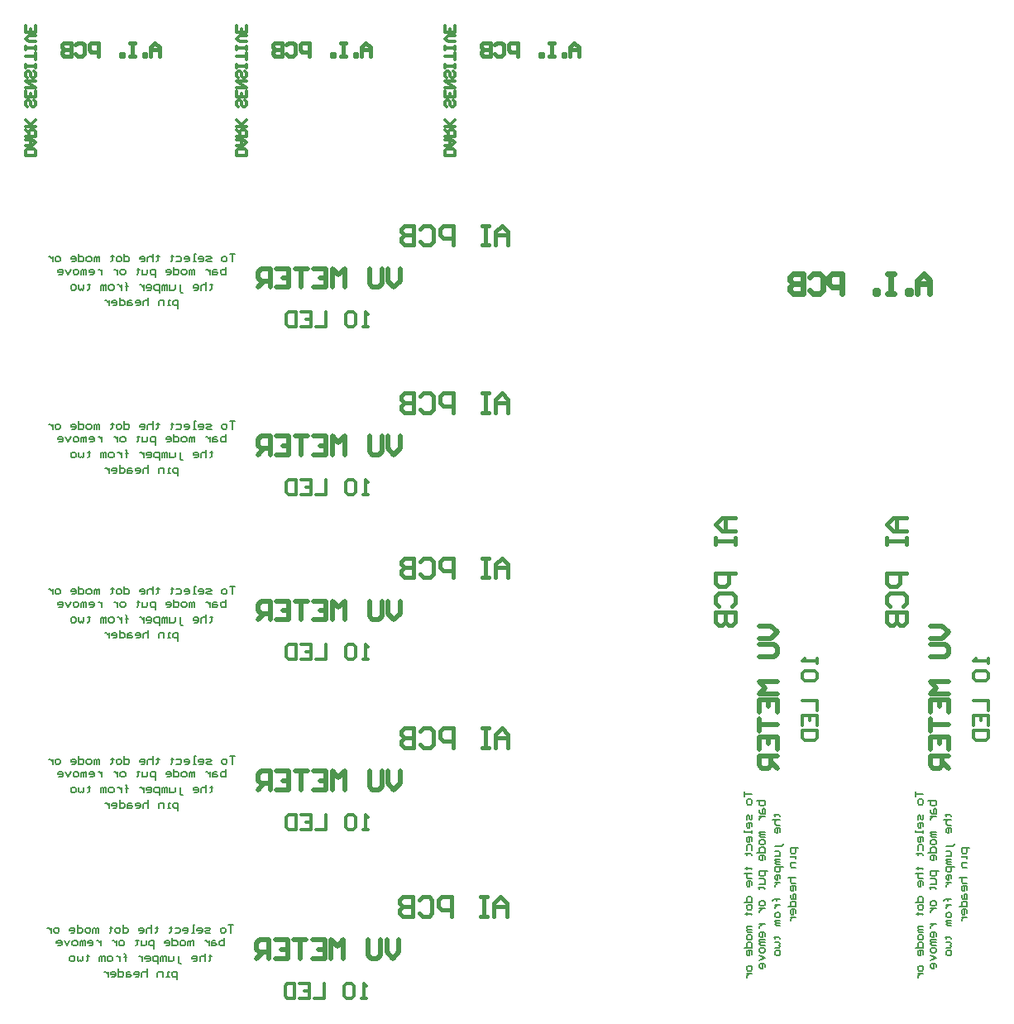
<source format=gbo>
G04 Layer_Color=32896*
%FSLAX25Y25*%
%MOIN*%
G70*
G01*
G75*
%ADD36C,0.01181*%
%ADD38C,0.01575*%
%ADD39C,0.00591*%
%ADD63C,0.02362*%
%ADD64C,0.01968*%
D36*
X176436Y343500D02*
X172500D01*
Y345468D01*
X173156Y346124D01*
X175780D01*
X176436Y345468D01*
Y343500D01*
X172500Y347436D02*
X175124D01*
X176436Y348748D01*
X175124Y350060D01*
X172500D01*
X174468D01*
Y347436D01*
X172500Y351372D02*
X176436D01*
Y353339D01*
X175780Y353995D01*
X174468D01*
X173812Y353339D01*
Y351372D01*
Y352683D02*
X172500Y353995D01*
X176436Y355307D02*
X172500D01*
X173812D01*
X176436Y357931D01*
X174468Y355963D01*
X172500Y357931D01*
X175780Y365803D02*
X176436Y365147D01*
Y363835D01*
X175780Y363179D01*
X175124D01*
X174468Y363835D01*
Y365147D01*
X173812Y365803D01*
X173156D01*
X172500Y365147D01*
Y363835D01*
X173156Y363179D01*
X176436Y369738D02*
Y367114D01*
X172500D01*
Y369738D01*
X174468Y367114D02*
Y368426D01*
X172500Y371050D02*
X176436D01*
X172500Y373674D01*
X176436D01*
X175780Y377610D02*
X176436Y376954D01*
Y375642D01*
X175780Y374986D01*
X175124D01*
X174468Y375642D01*
Y376954D01*
X173812Y377610D01*
X173156D01*
X172500Y376954D01*
Y375642D01*
X173156Y374986D01*
X176436Y378922D02*
Y380234D01*
Y379578D01*
X172500D01*
Y378922D01*
Y380234D01*
X176436Y382201D02*
Y384825D01*
Y383513D01*
X172500D01*
X176436Y386137D02*
Y387449D01*
Y386793D01*
X172500D01*
Y386137D01*
Y387449D01*
X176436Y389417D02*
X173812D01*
X172500Y390729D01*
X173812Y392041D01*
X176436D01*
Y395976D02*
Y393353D01*
X172500D01*
Y395976D01*
X174468Y393353D02*
Y394665D01*
X92436Y343500D02*
X88500D01*
Y345468D01*
X89156Y346124D01*
X91780D01*
X92436Y345468D01*
Y343500D01*
X88500Y347436D02*
X91124D01*
X92436Y348748D01*
X91124Y350060D01*
X88500D01*
X90468D01*
Y347436D01*
X88500Y351372D02*
X92436D01*
Y353339D01*
X91780Y353995D01*
X90468D01*
X89812Y353339D01*
Y351372D01*
Y352683D02*
X88500Y353995D01*
X92436Y355307D02*
X88500D01*
X89812D01*
X92436Y357931D01*
X90468Y355963D01*
X88500Y357931D01*
X91780Y365803D02*
X92436Y365147D01*
Y363835D01*
X91780Y363179D01*
X91124D01*
X90468Y363835D01*
Y365147D01*
X89812Y365803D01*
X89156D01*
X88500Y365147D01*
Y363835D01*
X89156Y363179D01*
X92436Y369738D02*
Y367114D01*
X88500D01*
Y369738D01*
X90468Y367114D02*
Y368426D01*
X88500Y371050D02*
X92436D01*
X88500Y373674D01*
X92436D01*
X91780Y377610D02*
X92436Y376954D01*
Y375642D01*
X91780Y374986D01*
X91124D01*
X90468Y375642D01*
Y376954D01*
X89812Y377610D01*
X89156D01*
X88500Y376954D01*
Y375642D01*
X89156Y374986D01*
X92436Y378922D02*
Y380234D01*
Y379578D01*
X88500D01*
Y378922D01*
Y380234D01*
X92436Y382201D02*
Y384825D01*
Y383513D01*
X88500D01*
X92436Y386137D02*
Y387449D01*
Y386793D01*
X88500D01*
Y386137D01*
Y387449D01*
X92436Y389417D02*
X89812D01*
X88500Y390729D01*
X89812Y392041D01*
X92436D01*
Y395976D02*
Y393353D01*
X88500D01*
Y395976D01*
X90468Y393353D02*
Y394665D01*
X7436Y343500D02*
X3500D01*
Y345468D01*
X4156Y346124D01*
X6780D01*
X7436Y345468D01*
Y343500D01*
X3500Y347436D02*
X6124D01*
X7436Y348748D01*
X6124Y350060D01*
X3500D01*
X5468D01*
Y347436D01*
X3500Y351372D02*
X7436D01*
Y353339D01*
X6780Y353995D01*
X5468D01*
X4812Y353339D01*
Y351372D01*
Y352683D02*
X3500Y353995D01*
X7436Y355307D02*
X3500D01*
X4812D01*
X7436Y357931D01*
X5468Y355963D01*
X3500Y357931D01*
X6780Y365803D02*
X7436Y365147D01*
Y363835D01*
X6780Y363179D01*
X6124D01*
X5468Y363835D01*
Y365147D01*
X4812Y365803D01*
X4156D01*
X3500Y365147D01*
Y363835D01*
X4156Y363179D01*
X7436Y369738D02*
Y367114D01*
X3500D01*
Y369738D01*
X5468Y367114D02*
Y368426D01*
X3500Y371050D02*
X7436D01*
X3500Y373674D01*
X7436D01*
X6780Y377610D02*
X7436Y376954D01*
Y375642D01*
X6780Y374986D01*
X6124D01*
X5468Y375642D01*
Y376954D01*
X4812Y377610D01*
X4156D01*
X3500Y376954D01*
Y375642D01*
X4156Y374986D01*
X7436Y378922D02*
Y380234D01*
Y379578D01*
X3500D01*
Y378922D01*
Y380234D01*
X7436Y382201D02*
Y384825D01*
Y383513D01*
X3500D01*
X7436Y386137D02*
Y387449D01*
Y386793D01*
X3500D01*
Y386137D01*
Y387449D01*
X7436Y389417D02*
X4812D01*
X3500Y390729D01*
X4812Y392041D01*
X7436D01*
Y395976D02*
Y393353D01*
X3500D01*
Y395976D01*
X5468Y393353D02*
Y394665D01*
X391500Y141000D02*
Y139001D01*
Y140000D01*
X385502D01*
X386502Y141000D01*
Y136002D02*
X385502Y135002D01*
Y133003D01*
X386502Y132003D01*
X390500D01*
X391500Y133003D01*
Y135002D01*
X390500Y136002D01*
X386502D01*
X385502Y124005D02*
X391500D01*
Y120007D01*
X385502Y114009D02*
Y118007D01*
X391500D01*
Y114009D01*
X388501Y118007D02*
Y116008D01*
X385502Y112009D02*
X391500D01*
Y109010D01*
X390500Y108011D01*
X386502D01*
X385502Y109010D01*
Y112009D01*
X322500Y141000D02*
Y139001D01*
Y140000D01*
X316502D01*
X317502Y141000D01*
Y136002D02*
X316502Y135002D01*
Y133003D01*
X317502Y132003D01*
X321500D01*
X322500Y133003D01*
Y135002D01*
X321500Y136002D01*
X317502D01*
X316502Y124005D02*
X322500D01*
Y120007D01*
X316502Y114009D02*
Y118007D01*
X322500D01*
Y114009D01*
X319501Y118007D02*
Y116008D01*
X316502Y112009D02*
X322500D01*
Y109010D01*
X321500Y108011D01*
X317502D01*
X316502Y109010D01*
Y112009D01*
X141500Y274500D02*
X139501D01*
X140500D01*
Y280498D01*
X141500Y279498D01*
X136502D02*
X135502Y280498D01*
X133503D01*
X132503Y279498D01*
Y275500D01*
X133503Y274500D01*
X135502D01*
X136502Y275500D01*
Y279498D01*
X124505Y280498D02*
Y274500D01*
X120507D01*
X114509Y280498D02*
X118507D01*
Y274500D01*
X114509D01*
X118507Y277499D02*
X116508D01*
X112509Y280498D02*
Y274500D01*
X109510D01*
X108511Y275500D01*
Y279498D01*
X109510Y280498D01*
X112509D01*
X141500Y207000D02*
X139501D01*
X140500D01*
Y212998D01*
X141500Y211998D01*
X136502D02*
X135502Y212998D01*
X133503D01*
X132503Y211998D01*
Y208000D01*
X133503Y207000D01*
X135502D01*
X136502Y208000D01*
Y211998D01*
X124505Y212998D02*
Y207000D01*
X120507D01*
X114509Y212998D02*
X118507D01*
Y207000D01*
X114509D01*
X118507Y209999D02*
X116508D01*
X112509Y212998D02*
Y207000D01*
X109510D01*
X108511Y208000D01*
Y211998D01*
X109510Y212998D01*
X112509D01*
X141500Y140500D02*
X139501D01*
X140500D01*
Y146498D01*
X141500Y145498D01*
X136502D02*
X135502Y146498D01*
X133503D01*
X132503Y145498D01*
Y141500D01*
X133503Y140500D01*
X135502D01*
X136502Y141500D01*
Y145498D01*
X124505Y146498D02*
Y140500D01*
X120507D01*
X114509Y146498D02*
X118507D01*
Y140500D01*
X114509D01*
X118507Y143499D02*
X116508D01*
X112509Y146498D02*
Y140500D01*
X109510D01*
X108511Y141500D01*
Y145498D01*
X109510Y146498D01*
X112509D01*
X141500Y72000D02*
X139501D01*
X140500D01*
Y77998D01*
X141500Y76998D01*
X136502D02*
X135502Y77998D01*
X133503D01*
X132503Y76998D01*
Y73000D01*
X133503Y72000D01*
X135502D01*
X136502Y73000D01*
Y76998D01*
X124505Y77998D02*
Y72000D01*
X120507D01*
X114509Y77998D02*
X118507D01*
Y72000D01*
X114509D01*
X118507Y74999D02*
X116508D01*
X112509Y77998D02*
Y72000D01*
X109510D01*
X108511Y73000D01*
Y76998D01*
X109510Y77998D01*
X112509D01*
X141000Y4000D02*
X139001D01*
X140000D01*
Y9998D01*
X141000Y8998D01*
X136002D02*
X135002Y9998D01*
X133003D01*
X132003Y8998D01*
Y5000D01*
X133003Y4000D01*
X135002D01*
X136002Y5000D01*
Y8998D01*
X124005Y9998D02*
Y4000D01*
X120007D01*
X114009Y9998D02*
X118007D01*
Y4000D01*
X114009D01*
X118007Y6999D02*
X116008D01*
X112009Y9998D02*
Y4000D01*
X109010D01*
X108011Y5000D01*
Y8998D01*
X109010Y9998D01*
X112009D01*
D38*
X226500Y383500D02*
Y387173D01*
X224663Y389010D01*
X222827Y387173D01*
Y383500D01*
Y386255D01*
X226500D01*
X220990Y383500D02*
Y384418D01*
X220072D01*
Y383500D01*
X220990D01*
X216398Y389010D02*
X214562D01*
X215480D01*
Y383500D01*
X216398D01*
X214562D01*
X211807D02*
Y384418D01*
X210888D01*
Y383500D01*
X211807D01*
X201705D02*
Y389010D01*
X198950D01*
X198031Y388092D01*
Y386255D01*
X198950Y385337D01*
X201705D01*
X192522Y388092D02*
X193440Y389010D01*
X195276D01*
X196195Y388092D01*
Y384418D01*
X195276Y383500D01*
X193440D01*
X192522Y384418D01*
X190685Y389010D02*
Y383500D01*
X187930D01*
X187012Y384418D01*
Y385337D01*
X187930Y386255D01*
X190685D01*
X187930D01*
X187012Y387173D01*
Y388092D01*
X187930Y389010D01*
X190685D01*
X142500Y383500D02*
Y387173D01*
X140663Y389010D01*
X138827Y387173D01*
Y383500D01*
Y386255D01*
X142500D01*
X136990Y383500D02*
Y384418D01*
X136072D01*
Y383500D01*
X136990D01*
X132398Y389010D02*
X130562D01*
X131480D01*
Y383500D01*
X132398D01*
X130562D01*
X127807D02*
Y384418D01*
X126888D01*
Y383500D01*
X127807D01*
X117705D02*
Y389010D01*
X114950D01*
X114032Y388092D01*
Y386255D01*
X114950Y385337D01*
X117705D01*
X108521Y388092D02*
X109440Y389010D01*
X111276D01*
X112195Y388092D01*
Y384418D01*
X111276Y383500D01*
X109440D01*
X108521Y384418D01*
X106685Y389010D02*
Y383500D01*
X103930D01*
X103012Y384418D01*
Y385337D01*
X103930Y386255D01*
X106685D01*
X103930D01*
X103012Y387173D01*
Y388092D01*
X103930Y389010D01*
X106685D01*
X57500Y383500D02*
Y387173D01*
X55663Y389010D01*
X53827Y387173D01*
Y383500D01*
Y386255D01*
X57500D01*
X51990Y383500D02*
Y384418D01*
X51072D01*
Y383500D01*
X51990D01*
X47398Y389010D02*
X45562D01*
X46480D01*
Y383500D01*
X47398D01*
X45562D01*
X42807D02*
Y384418D01*
X41888D01*
Y383500D01*
X42807D01*
X32705D02*
Y389010D01*
X29950D01*
X29032Y388092D01*
Y386255D01*
X29950Y385337D01*
X32705D01*
X23521Y388092D02*
X24440Y389010D01*
X26276D01*
X27195Y388092D01*
Y384418D01*
X26276Y383500D01*
X24440D01*
X23521Y384418D01*
X21685Y389010D02*
Y383500D01*
X18930D01*
X18011Y384418D01*
Y385337D01*
X18930Y386255D01*
X21685D01*
X18930D01*
X18011Y387173D01*
Y388092D01*
X18930Y389010D01*
X21685D01*
X358500Y197500D02*
X353252D01*
X350628Y194876D01*
X353252Y192252D01*
X358500D01*
X354564D01*
Y197500D01*
X350628Y189629D02*
Y187005D01*
Y188317D01*
X358500D01*
Y189629D01*
Y187005D01*
Y175198D02*
X350628D01*
Y171262D01*
X351940Y169950D01*
X354564D01*
X355876Y171262D01*
Y175198D01*
X351940Y162078D02*
X350628Y163390D01*
Y166014D01*
X351940Y167326D01*
X357188D01*
X358500Y166014D01*
Y163390D01*
X357188Y162078D01*
X350628Y159455D02*
X358500D01*
Y155519D01*
X357188Y154207D01*
X355876D01*
X354564Y155519D01*
Y159455D01*
Y155519D01*
X353252Y154207D01*
X351940D01*
X350628Y155519D01*
Y159455D01*
X289500Y197500D02*
X284252D01*
X281628Y194876D01*
X284252Y192252D01*
X289500D01*
X285564D01*
Y197500D01*
X281628Y189629D02*
Y187005D01*
Y188317D01*
X289500D01*
Y189629D01*
Y187005D01*
Y175198D02*
X281628D01*
Y171262D01*
X282940Y169950D01*
X285564D01*
X286876Y171262D01*
Y175198D01*
X282940Y162078D02*
X281628Y163390D01*
Y166014D01*
X282940Y167326D01*
X288188D01*
X289500Y166014D01*
Y163390D01*
X288188Y162078D01*
X281628Y159455D02*
X289500D01*
Y155519D01*
X288188Y154207D01*
X286876D01*
X285564Y155519D01*
Y159455D01*
Y155519D01*
X284252Y154207D01*
X282940D01*
X281628Y155519D01*
Y159455D01*
X198000Y307500D02*
Y312748D01*
X195376Y315371D01*
X192752Y312748D01*
Y307500D01*
Y311436D01*
X198000D01*
X190129Y315371D02*
X187505D01*
X188817D01*
Y307500D01*
X190129D01*
X187505D01*
X175698D02*
Y315371D01*
X171762D01*
X170450Y314060D01*
Y311436D01*
X171762Y310124D01*
X175698D01*
X162578Y314060D02*
X163890Y315371D01*
X166514D01*
X167826Y314060D01*
Y308812D01*
X166514Y307500D01*
X163890D01*
X162578Y308812D01*
X159955Y315371D02*
Y307500D01*
X156019D01*
X154707Y308812D01*
Y310124D01*
X156019Y311436D01*
X159955D01*
X156019D01*
X154707Y312748D01*
Y314060D01*
X156019Y315371D01*
X159955D01*
X198000Y240000D02*
Y245248D01*
X195376Y247871D01*
X192752Y245248D01*
Y240000D01*
Y243936D01*
X198000D01*
X190129Y247871D02*
X187505D01*
X188817D01*
Y240000D01*
X190129D01*
X187505D01*
X175698D02*
Y247871D01*
X171762D01*
X170450Y246560D01*
Y243936D01*
X171762Y242624D01*
X175698D01*
X162578Y246560D02*
X163890Y247871D01*
X166514D01*
X167826Y246560D01*
Y241312D01*
X166514Y240000D01*
X163890D01*
X162578Y241312D01*
X159955Y247871D02*
Y240000D01*
X156019D01*
X154707Y241312D01*
Y242624D01*
X156019Y243936D01*
X159955D01*
X156019D01*
X154707Y245248D01*
Y246560D01*
X156019Y247871D01*
X159955D01*
X198000Y173500D02*
Y178748D01*
X195376Y181371D01*
X192752Y178748D01*
Y173500D01*
Y177436D01*
X198000D01*
X190129Y181371D02*
X187505D01*
X188817D01*
Y173500D01*
X190129D01*
X187505D01*
X175698D02*
Y181371D01*
X171762D01*
X170450Y180060D01*
Y177436D01*
X171762Y176124D01*
X175698D01*
X162578Y180060D02*
X163890Y181371D01*
X166514D01*
X167826Y180060D01*
Y174812D01*
X166514Y173500D01*
X163890D01*
X162578Y174812D01*
X159955Y181371D02*
Y173500D01*
X156019D01*
X154707Y174812D01*
Y176124D01*
X156019Y177436D01*
X159955D01*
X156019D01*
X154707Y178748D01*
Y180060D01*
X156019Y181371D01*
X159955D01*
X198000Y105000D02*
Y110248D01*
X195376Y112872D01*
X192752Y110248D01*
Y105000D01*
Y108936D01*
X198000D01*
X190129Y112872D02*
X187505D01*
X188817D01*
Y105000D01*
X190129D01*
X187505D01*
X175698D02*
Y112872D01*
X171762D01*
X170450Y111560D01*
Y108936D01*
X171762Y107624D01*
X175698D01*
X162578Y111560D02*
X163890Y112872D01*
X166514D01*
X167826Y111560D01*
Y106312D01*
X166514Y105000D01*
X163890D01*
X162578Y106312D01*
X159955Y112872D02*
Y105000D01*
X156019D01*
X154707Y106312D01*
Y107624D01*
X156019Y108936D01*
X159955D01*
X156019D01*
X154707Y110248D01*
Y111560D01*
X156019Y112872D01*
X159955D01*
X197500Y37000D02*
Y42248D01*
X194876Y44872D01*
X192252Y42248D01*
Y37000D01*
Y40936D01*
X197500D01*
X189629Y44872D02*
X187005D01*
X188317D01*
Y37000D01*
X189629D01*
X187005D01*
X175198D02*
Y44872D01*
X171262D01*
X169950Y43560D01*
Y40936D01*
X171262Y39624D01*
X175198D01*
X162078Y43560D02*
X163390Y44872D01*
X166014D01*
X167326Y43560D01*
Y38312D01*
X166014Y37000D01*
X163390D01*
X162078Y38312D01*
X159455Y44872D02*
Y37000D01*
X155519D01*
X154207Y38312D01*
Y39624D01*
X155519Y40936D01*
X159455D01*
X155519D01*
X154207Y42248D01*
Y43560D01*
X155519Y44872D01*
X159455D01*
D39*
X87826Y303940D02*
X85727D01*
X86776D01*
Y300791D01*
X84152D02*
X83103D01*
X82578Y301316D01*
Y302365D01*
X83103Y302890D01*
X84152D01*
X84677Y302365D01*
Y301316D01*
X84152Y300791D01*
X78380D02*
X76806D01*
X76281Y301316D01*
X76806Y301841D01*
X77855D01*
X78380Y302365D01*
X77855Y302890D01*
X76281D01*
X73657Y300791D02*
X74707D01*
X75231Y301316D01*
Y302365D01*
X74707Y302890D01*
X73657D01*
X73132Y302365D01*
Y301841D01*
X75231D01*
X72083Y300791D02*
X71033D01*
X71558D01*
Y303940D01*
X72083D01*
X67885Y300791D02*
X68934D01*
X69459Y301316D01*
Y302365D01*
X68934Y302890D01*
X67885D01*
X67360Y302365D01*
Y301841D01*
X69459D01*
X64211Y302890D02*
X65786D01*
X66310Y302365D01*
Y301316D01*
X65786Y300791D01*
X64211D01*
X62637Y303415D02*
Y302890D01*
X63162D01*
X62112D01*
X62637D01*
Y301316D01*
X62112Y300791D01*
X56865Y303415D02*
Y302890D01*
X57389D01*
X56340D01*
X56865D01*
Y301316D01*
X56340Y300791D01*
X54765Y303940D02*
Y300791D01*
Y302365D01*
X54241Y302890D01*
X53191D01*
X52666Y302365D01*
Y300791D01*
X50043D02*
X51092D01*
X51617Y301316D01*
Y302365D01*
X51092Y302890D01*
X50043D01*
X49518Y302365D01*
Y301841D01*
X51617D01*
X43221Y303940D02*
Y300791D01*
X44795D01*
X45320Y301316D01*
Y302365D01*
X44795Y302890D01*
X43221D01*
X41646Y300791D02*
X40597D01*
X40072Y301316D01*
Y302365D01*
X40597Y302890D01*
X41646D01*
X42171Y302365D01*
Y301316D01*
X41646Y300791D01*
X38498Y303415D02*
Y302890D01*
X39023D01*
X37973D01*
X38498D01*
Y301316D01*
X37973Y300791D01*
X33250D02*
Y302890D01*
X32725D01*
X32201Y302365D01*
Y300791D01*
Y302365D01*
X31676Y302890D01*
X31151Y302365D01*
Y300791D01*
X29577D02*
X28527D01*
X28003Y301316D01*
Y302365D01*
X28527Y302890D01*
X29577D01*
X30102Y302365D01*
Y301316D01*
X29577Y300791D01*
X24854Y303940D02*
Y300791D01*
X26428D01*
X26953Y301316D01*
Y302365D01*
X26428Y302890D01*
X24854D01*
X22230Y300791D02*
X23280D01*
X23804Y301316D01*
Y302365D01*
X23280Y302890D01*
X22230D01*
X21705Y302365D01*
Y301841D01*
X23804D01*
X16982Y300791D02*
X15933D01*
X15408Y301316D01*
Y302365D01*
X15933Y302890D01*
X16982D01*
X17507Y302365D01*
Y301316D01*
X16982Y300791D01*
X14359Y302890D02*
Y300791D01*
Y301841D01*
X13834Y302365D01*
X13309Y302890D01*
X12784D01*
X84152Y298744D02*
Y295596D01*
X82578D01*
X82053Y296120D01*
Y296645D01*
Y297170D01*
X82578Y297695D01*
X84152D01*
X80479D02*
X79430D01*
X78905Y297170D01*
Y295596D01*
X80479D01*
X81004Y296120D01*
X80479Y296645D01*
X78905D01*
X77855Y297695D02*
Y295596D01*
Y296645D01*
X77330Y297170D01*
X76806Y297695D01*
X76281D01*
X71558Y295596D02*
Y297695D01*
X71033D01*
X70508Y297170D01*
Y295596D01*
Y297170D01*
X69984Y297695D01*
X69459Y297170D01*
Y295596D01*
X67885D02*
X66835D01*
X66310Y296120D01*
Y297170D01*
X66835Y297695D01*
X67885D01*
X68409Y297170D01*
Y296120D01*
X67885Y295596D01*
X63162Y298744D02*
Y295596D01*
X64736D01*
X65261Y296120D01*
Y297170D01*
X64736Y297695D01*
X63162D01*
X60538Y295596D02*
X61588D01*
X62112Y296120D01*
Y297170D01*
X61588Y297695D01*
X60538D01*
X60013Y297170D01*
Y296645D01*
X62112D01*
X55815Y294546D02*
Y297695D01*
X54241D01*
X53716Y297170D01*
Y296120D01*
X54241Y295596D01*
X55815D01*
X52666Y297695D02*
Y296120D01*
X52142Y295596D01*
X50567D01*
Y297695D01*
X48993Y298219D02*
Y297695D01*
X49518D01*
X48468D01*
X48993D01*
Y296120D01*
X48468Y295596D01*
X43221D02*
X42171D01*
X41646Y296120D01*
Y297170D01*
X42171Y297695D01*
X43221D01*
X43745Y297170D01*
Y296120D01*
X43221Y295596D01*
X40597Y297695D02*
Y295596D01*
Y296645D01*
X40072Y297170D01*
X39547Y297695D01*
X39023D01*
X34300D02*
Y295596D01*
Y296645D01*
X33775Y297170D01*
X33250Y297695D01*
X32725D01*
X29577Y295596D02*
X30626D01*
X31151Y296120D01*
Y297170D01*
X30626Y297695D01*
X29577D01*
X29052Y297170D01*
Y296645D01*
X31151D01*
X28003Y295596D02*
Y297695D01*
X27478D01*
X26953Y297170D01*
Y295596D01*
Y297170D01*
X26428Y297695D01*
X25903Y297170D01*
Y295596D01*
X24329D02*
X23280D01*
X22755Y296120D01*
Y297170D01*
X23280Y297695D01*
X24329D01*
X24854Y297170D01*
Y296120D01*
X24329Y295596D01*
X21705Y297695D02*
X20656Y295596D01*
X19606Y297695D01*
X16982Y295596D02*
X18032D01*
X18557Y296120D01*
Y297170D01*
X18032Y297695D01*
X16982D01*
X16458Y297170D01*
Y296645D01*
X18557D01*
X78380Y291974D02*
Y291449D01*
X78905D01*
X77855D01*
X78380D01*
Y289875D01*
X77855Y289350D01*
X76281Y292499D02*
Y289350D01*
Y290925D01*
X75756Y291449D01*
X74707D01*
X74182Y290925D01*
Y289350D01*
X71558D02*
X72607D01*
X73132Y289875D01*
Y290925D01*
X72607Y291449D01*
X71558D01*
X71033Y290925D01*
Y290400D01*
X73132D01*
X66835Y288301D02*
X66310D01*
X65786Y288826D01*
Y291449D01*
X63687D02*
Y289875D01*
X63162Y289350D01*
X61588D01*
Y291449D01*
X60538Y289350D02*
Y291449D01*
X60013D01*
X59488Y290925D01*
Y289350D01*
Y290925D01*
X58964Y291449D01*
X58439Y290925D01*
Y289350D01*
X57389Y288301D02*
Y291449D01*
X55815D01*
X55290Y290925D01*
Y289875D01*
X55815Y289350D01*
X57389D01*
X52666D02*
X53716D01*
X54241Y289875D01*
Y290925D01*
X53716Y291449D01*
X52666D01*
X52142Y290925D01*
Y290400D01*
X54241D01*
X51092Y291449D02*
Y289350D01*
Y290400D01*
X50567Y290925D01*
X50043Y291449D01*
X49518D01*
X44270Y289350D02*
Y291974D01*
Y290925D01*
X44795D01*
X43745D01*
X44270D01*
Y291974D01*
X43745Y292499D01*
X42171Y291449D02*
Y289350D01*
Y290400D01*
X41646Y290925D01*
X41122Y291449D01*
X40597D01*
X38498Y289350D02*
X37448D01*
X36924Y289875D01*
Y290925D01*
X37448Y291449D01*
X38498D01*
X39023Y290925D01*
Y289875D01*
X38498Y289350D01*
X35874D02*
Y291449D01*
X35349D01*
X34824Y290925D01*
Y289350D01*
Y290925D01*
X34300Y291449D01*
X33775Y290925D01*
Y289350D01*
X29052Y291974D02*
Y291449D01*
X29577D01*
X28527D01*
X29052D01*
Y289875D01*
X28527Y289350D01*
X26953Y291449D02*
Y289875D01*
X26428Y289350D01*
X25903Y289875D01*
X25379Y289350D01*
X24854Y289875D01*
Y291449D01*
X23280Y289350D02*
X22230D01*
X21705Y289875D01*
Y290925D01*
X22230Y291449D01*
X23280D01*
X23804Y290925D01*
Y289875D01*
X23280Y289350D01*
X64999Y282056D02*
Y285204D01*
X63424D01*
X62899Y284680D01*
Y283630D01*
X63424Y283105D01*
X64999D01*
X61850D02*
X60800D01*
X61325D01*
Y285204D01*
X61850D01*
X59226Y283105D02*
Y285204D01*
X57652D01*
X57127Y284680D01*
Y283105D01*
X52929Y286254D02*
Y283105D01*
Y284680D01*
X52404Y285204D01*
X51354D01*
X50830Y284680D01*
Y283105D01*
X48206D02*
X49255D01*
X49780Y283630D01*
Y284680D01*
X49255Y285204D01*
X48206D01*
X47681Y284680D01*
Y284155D01*
X49780D01*
X46107Y285204D02*
X45057D01*
X44533Y284680D01*
Y283105D01*
X46107D01*
X46632Y283630D01*
X46107Y284155D01*
X44533D01*
X41384Y286254D02*
Y283105D01*
X42958D01*
X43483Y283630D01*
Y284680D01*
X42958Y285204D01*
X41384D01*
X38760Y283105D02*
X39810D01*
X40334Y283630D01*
Y284680D01*
X39810Y285204D01*
X38760D01*
X38235Y284680D01*
Y284155D01*
X40334D01*
X37186Y285204D02*
Y283105D01*
Y284155D01*
X36661Y284680D01*
X36136Y285204D01*
X35612D01*
X87826Y101440D02*
X85727D01*
X86776D01*
Y98291D01*
X84152D02*
X83103D01*
X82578Y98816D01*
Y99865D01*
X83103Y100390D01*
X84152D01*
X84677Y99865D01*
Y98816D01*
X84152Y98291D01*
X78380D02*
X76806D01*
X76281Y98816D01*
X76806Y99341D01*
X77855D01*
X78380Y99865D01*
X77855Y100390D01*
X76281D01*
X73657Y98291D02*
X74707D01*
X75231Y98816D01*
Y99865D01*
X74707Y100390D01*
X73657D01*
X73132Y99865D01*
Y99341D01*
X75231D01*
X72083Y98291D02*
X71033D01*
X71558D01*
Y101440D01*
X72083D01*
X67885Y98291D02*
X68934D01*
X69459Y98816D01*
Y99865D01*
X68934Y100390D01*
X67885D01*
X67360Y99865D01*
Y99341D01*
X69459D01*
X64211Y100390D02*
X65786D01*
X66310Y99865D01*
Y98816D01*
X65786Y98291D01*
X64211D01*
X62637Y100915D02*
Y100390D01*
X63162D01*
X62112D01*
X62637D01*
Y98816D01*
X62112Y98291D01*
X56865Y100915D02*
Y100390D01*
X57389D01*
X56340D01*
X56865D01*
Y98816D01*
X56340Y98291D01*
X54765Y101440D02*
Y98291D01*
Y99865D01*
X54241Y100390D01*
X53191D01*
X52666Y99865D01*
Y98291D01*
X50043D02*
X51092D01*
X51617Y98816D01*
Y99865D01*
X51092Y100390D01*
X50043D01*
X49518Y99865D01*
Y99341D01*
X51617D01*
X43221Y101440D02*
Y98291D01*
X44795D01*
X45320Y98816D01*
Y99865D01*
X44795Y100390D01*
X43221D01*
X41646Y98291D02*
X40597D01*
X40072Y98816D01*
Y99865D01*
X40597Y100390D01*
X41646D01*
X42171Y99865D01*
Y98816D01*
X41646Y98291D01*
X38498Y100915D02*
Y100390D01*
X39023D01*
X37973D01*
X38498D01*
Y98816D01*
X37973Y98291D01*
X33250D02*
Y100390D01*
X32725D01*
X32201Y99865D01*
Y98291D01*
Y99865D01*
X31676Y100390D01*
X31151Y99865D01*
Y98291D01*
X29577D02*
X28527D01*
X28003Y98816D01*
Y99865D01*
X28527Y100390D01*
X29577D01*
X30102Y99865D01*
Y98816D01*
X29577Y98291D01*
X24854Y101440D02*
Y98291D01*
X26428D01*
X26953Y98816D01*
Y99865D01*
X26428Y100390D01*
X24854D01*
X22230Y98291D02*
X23280D01*
X23804Y98816D01*
Y99865D01*
X23280Y100390D01*
X22230D01*
X21705Y99865D01*
Y99341D01*
X23804D01*
X16982Y98291D02*
X15933D01*
X15408Y98816D01*
Y99865D01*
X15933Y100390D01*
X16982D01*
X17507Y99865D01*
Y98816D01*
X16982Y98291D01*
X14359Y100390D02*
Y98291D01*
Y99341D01*
X13834Y99865D01*
X13309Y100390D01*
X12784D01*
X84152Y96244D02*
Y93095D01*
X82578D01*
X82053Y93620D01*
Y94145D01*
Y94670D01*
X82578Y95195D01*
X84152D01*
X80479D02*
X79430D01*
X78905Y94670D01*
Y93095D01*
X80479D01*
X81004Y93620D01*
X80479Y94145D01*
X78905D01*
X77855Y95195D02*
Y93095D01*
Y94145D01*
X77330Y94670D01*
X76806Y95195D01*
X76281D01*
X71558Y93095D02*
Y95195D01*
X71033D01*
X70508Y94670D01*
Y93095D01*
Y94670D01*
X69984Y95195D01*
X69459Y94670D01*
Y93095D01*
X67885D02*
X66835D01*
X66310Y93620D01*
Y94670D01*
X66835Y95195D01*
X67885D01*
X68409Y94670D01*
Y93620D01*
X67885Y93095D01*
X63162Y96244D02*
Y93095D01*
X64736D01*
X65261Y93620D01*
Y94670D01*
X64736Y95195D01*
X63162D01*
X60538Y93095D02*
X61588D01*
X62112Y93620D01*
Y94670D01*
X61588Y95195D01*
X60538D01*
X60013Y94670D01*
Y94145D01*
X62112D01*
X55815Y92046D02*
Y95195D01*
X54241D01*
X53716Y94670D01*
Y93620D01*
X54241Y93095D01*
X55815D01*
X52666Y95195D02*
Y93620D01*
X52142Y93095D01*
X50567D01*
Y95195D01*
X48993Y95719D02*
Y95195D01*
X49518D01*
X48468D01*
X48993D01*
Y93620D01*
X48468Y93095D01*
X43221D02*
X42171D01*
X41646Y93620D01*
Y94670D01*
X42171Y95195D01*
X43221D01*
X43745Y94670D01*
Y93620D01*
X43221Y93095D01*
X40597Y95195D02*
Y93095D01*
Y94145D01*
X40072Y94670D01*
X39547Y95195D01*
X39023D01*
X34300D02*
Y93095D01*
Y94145D01*
X33775Y94670D01*
X33250Y95195D01*
X32725D01*
X29577Y93095D02*
X30626D01*
X31151Y93620D01*
Y94670D01*
X30626Y95195D01*
X29577D01*
X29052Y94670D01*
Y94145D01*
X31151D01*
X28003Y93095D02*
Y95195D01*
X27478D01*
X26953Y94670D01*
Y93095D01*
Y94670D01*
X26428Y95195D01*
X25903Y94670D01*
Y93095D01*
X24329D02*
X23280D01*
X22755Y93620D01*
Y94670D01*
X23280Y95195D01*
X24329D01*
X24854Y94670D01*
Y93620D01*
X24329Y93095D01*
X21705Y95195D02*
X20656Y93095D01*
X19606Y95195D01*
X16982Y93095D02*
X18032D01*
X18557Y93620D01*
Y94670D01*
X18032Y95195D01*
X16982D01*
X16458Y94670D01*
Y94145D01*
X18557D01*
X78380Y89474D02*
Y88950D01*
X78905D01*
X77855D01*
X78380D01*
Y87375D01*
X77855Y86850D01*
X76281Y89999D02*
Y86850D01*
Y88425D01*
X75756Y88950D01*
X74707D01*
X74182Y88425D01*
Y86850D01*
X71558D02*
X72607D01*
X73132Y87375D01*
Y88425D01*
X72607Y88950D01*
X71558D01*
X71033Y88425D01*
Y87900D01*
X73132D01*
X66835Y85801D02*
X66310D01*
X65786Y86326D01*
Y88950D01*
X63687D02*
Y87375D01*
X63162Y86850D01*
X61588D01*
Y88950D01*
X60538Y86850D02*
Y88950D01*
X60013D01*
X59488Y88425D01*
Y86850D01*
Y88425D01*
X58964Y88950D01*
X58439Y88425D01*
Y86850D01*
X57389Y85801D02*
Y88950D01*
X55815D01*
X55290Y88425D01*
Y87375D01*
X55815Y86850D01*
X57389D01*
X52666D02*
X53716D01*
X54241Y87375D01*
Y88425D01*
X53716Y88950D01*
X52666D01*
X52142Y88425D01*
Y87900D01*
X54241D01*
X51092Y88950D02*
Y86850D01*
Y87900D01*
X50567Y88425D01*
X50043Y88950D01*
X49518D01*
X44270Y86850D02*
Y89474D01*
Y88425D01*
X44795D01*
X43745D01*
X44270D01*
Y89474D01*
X43745Y89999D01*
X42171Y88950D02*
Y86850D01*
Y87900D01*
X41646Y88425D01*
X41122Y88950D01*
X40597D01*
X38498Y86850D02*
X37448D01*
X36924Y87375D01*
Y88425D01*
X37448Y88950D01*
X38498D01*
X39023Y88425D01*
Y87375D01*
X38498Y86850D01*
X35874D02*
Y88950D01*
X35349D01*
X34824Y88425D01*
Y86850D01*
Y88425D01*
X34300Y88950D01*
X33775Y88425D01*
Y86850D01*
X29052Y89474D02*
Y88950D01*
X29577D01*
X28527D01*
X29052D01*
Y87375D01*
X28527Y86850D01*
X26953Y88950D02*
Y87375D01*
X26428Y86850D01*
X25903Y87375D01*
X25379Y86850D01*
X24854Y87375D01*
Y88950D01*
X23280Y86850D02*
X22230D01*
X21705Y87375D01*
Y88425D01*
X22230Y88950D01*
X23280D01*
X23804Y88425D01*
Y87375D01*
X23280Y86850D01*
X64999Y79556D02*
Y82704D01*
X63424D01*
X62899Y82180D01*
Y81130D01*
X63424Y80605D01*
X64999D01*
X61850D02*
X60800D01*
X61325D01*
Y82704D01*
X61850D01*
X59226Y80605D02*
Y82704D01*
X57652D01*
X57127Y82180D01*
Y80605D01*
X52929Y83754D02*
Y80605D01*
Y82180D01*
X52404Y82704D01*
X51354D01*
X50830Y82180D01*
Y80605D01*
X48206D02*
X49255D01*
X49780Y81130D01*
Y82180D01*
X49255Y82704D01*
X48206D01*
X47681Y82180D01*
Y81655D01*
X49780D01*
X46107Y82704D02*
X45057D01*
X44533Y82180D01*
Y80605D01*
X46107D01*
X46632Y81130D01*
X46107Y81655D01*
X44533D01*
X41384Y83754D02*
Y80605D01*
X42958D01*
X43483Y81130D01*
Y82180D01*
X42958Y82704D01*
X41384D01*
X38760Y80605D02*
X39810D01*
X40334Y81130D01*
Y82180D01*
X39810Y82704D01*
X38760D01*
X38235Y82180D01*
Y81655D01*
X40334D01*
X37186Y82704D02*
Y80605D01*
Y81655D01*
X36661Y82180D01*
X36136Y82704D01*
X35612D01*
X87826Y169940D02*
X85727D01*
X86776D01*
Y166791D01*
X84152D02*
X83103D01*
X82578Y167316D01*
Y168365D01*
X83103Y168890D01*
X84152D01*
X84677Y168365D01*
Y167316D01*
X84152Y166791D01*
X78380D02*
X76806D01*
X76281Y167316D01*
X76806Y167841D01*
X77855D01*
X78380Y168365D01*
X77855Y168890D01*
X76281D01*
X73657Y166791D02*
X74707D01*
X75231Y167316D01*
Y168365D01*
X74707Y168890D01*
X73657D01*
X73132Y168365D01*
Y167841D01*
X75231D01*
X72083Y166791D02*
X71033D01*
X71558D01*
Y169940D01*
X72083D01*
X67885Y166791D02*
X68934D01*
X69459Y167316D01*
Y168365D01*
X68934Y168890D01*
X67885D01*
X67360Y168365D01*
Y167841D01*
X69459D01*
X64211Y168890D02*
X65786D01*
X66310Y168365D01*
Y167316D01*
X65786Y166791D01*
X64211D01*
X62637Y169415D02*
Y168890D01*
X63162D01*
X62112D01*
X62637D01*
Y167316D01*
X62112Y166791D01*
X56865Y169415D02*
Y168890D01*
X57389D01*
X56340D01*
X56865D01*
Y167316D01*
X56340Y166791D01*
X54765Y169940D02*
Y166791D01*
Y168365D01*
X54241Y168890D01*
X53191D01*
X52666Y168365D01*
Y166791D01*
X50043D02*
X51092D01*
X51617Y167316D01*
Y168365D01*
X51092Y168890D01*
X50043D01*
X49518Y168365D01*
Y167841D01*
X51617D01*
X43221Y169940D02*
Y166791D01*
X44795D01*
X45320Y167316D01*
Y168365D01*
X44795Y168890D01*
X43221D01*
X41646Y166791D02*
X40597D01*
X40072Y167316D01*
Y168365D01*
X40597Y168890D01*
X41646D01*
X42171Y168365D01*
Y167316D01*
X41646Y166791D01*
X38498Y169415D02*
Y168890D01*
X39023D01*
X37973D01*
X38498D01*
Y167316D01*
X37973Y166791D01*
X33250D02*
Y168890D01*
X32725D01*
X32201Y168365D01*
Y166791D01*
Y168365D01*
X31676Y168890D01*
X31151Y168365D01*
Y166791D01*
X29577D02*
X28527D01*
X28003Y167316D01*
Y168365D01*
X28527Y168890D01*
X29577D01*
X30102Y168365D01*
Y167316D01*
X29577Y166791D01*
X24854Y169940D02*
Y166791D01*
X26428D01*
X26953Y167316D01*
Y168365D01*
X26428Y168890D01*
X24854D01*
X22230Y166791D02*
X23280D01*
X23804Y167316D01*
Y168365D01*
X23280Y168890D01*
X22230D01*
X21705Y168365D01*
Y167841D01*
X23804D01*
X16982Y166791D02*
X15933D01*
X15408Y167316D01*
Y168365D01*
X15933Y168890D01*
X16982D01*
X17507Y168365D01*
Y167316D01*
X16982Y166791D01*
X14359Y168890D02*
Y166791D01*
Y167841D01*
X13834Y168365D01*
X13309Y168890D01*
X12784D01*
X84152Y164744D02*
Y161595D01*
X82578D01*
X82053Y162120D01*
Y162645D01*
Y163170D01*
X82578Y163695D01*
X84152D01*
X80479D02*
X79430D01*
X78905Y163170D01*
Y161595D01*
X80479D01*
X81004Y162120D01*
X80479Y162645D01*
X78905D01*
X77855Y163695D02*
Y161595D01*
Y162645D01*
X77330Y163170D01*
X76806Y163695D01*
X76281D01*
X71558Y161595D02*
Y163695D01*
X71033D01*
X70508Y163170D01*
Y161595D01*
Y163170D01*
X69984Y163695D01*
X69459Y163170D01*
Y161595D01*
X67885D02*
X66835D01*
X66310Y162120D01*
Y163170D01*
X66835Y163695D01*
X67885D01*
X68409Y163170D01*
Y162120D01*
X67885Y161595D01*
X63162Y164744D02*
Y161595D01*
X64736D01*
X65261Y162120D01*
Y163170D01*
X64736Y163695D01*
X63162D01*
X60538Y161595D02*
X61588D01*
X62112Y162120D01*
Y163170D01*
X61588Y163695D01*
X60538D01*
X60013Y163170D01*
Y162645D01*
X62112D01*
X55815Y160546D02*
Y163695D01*
X54241D01*
X53716Y163170D01*
Y162120D01*
X54241Y161595D01*
X55815D01*
X52666Y163695D02*
Y162120D01*
X52142Y161595D01*
X50567D01*
Y163695D01*
X48993Y164219D02*
Y163695D01*
X49518D01*
X48468D01*
X48993D01*
Y162120D01*
X48468Y161595D01*
X43221D02*
X42171D01*
X41646Y162120D01*
Y163170D01*
X42171Y163695D01*
X43221D01*
X43745Y163170D01*
Y162120D01*
X43221Y161595D01*
X40597Y163695D02*
Y161595D01*
Y162645D01*
X40072Y163170D01*
X39547Y163695D01*
X39023D01*
X34300D02*
Y161595D01*
Y162645D01*
X33775Y163170D01*
X33250Y163695D01*
X32725D01*
X29577Y161595D02*
X30626D01*
X31151Y162120D01*
Y163170D01*
X30626Y163695D01*
X29577D01*
X29052Y163170D01*
Y162645D01*
X31151D01*
X28003Y161595D02*
Y163695D01*
X27478D01*
X26953Y163170D01*
Y161595D01*
Y163170D01*
X26428Y163695D01*
X25903Y163170D01*
Y161595D01*
X24329D02*
X23280D01*
X22755Y162120D01*
Y163170D01*
X23280Y163695D01*
X24329D01*
X24854Y163170D01*
Y162120D01*
X24329Y161595D01*
X21705Y163695D02*
X20656Y161595D01*
X19606Y163695D01*
X16982Y161595D02*
X18032D01*
X18557Y162120D01*
Y163170D01*
X18032Y163695D01*
X16982D01*
X16458Y163170D01*
Y162645D01*
X18557D01*
X78380Y157974D02*
Y157449D01*
X78905D01*
X77855D01*
X78380D01*
Y155875D01*
X77855Y155350D01*
X76281Y158499D02*
Y155350D01*
Y156925D01*
X75756Y157449D01*
X74707D01*
X74182Y156925D01*
Y155350D01*
X71558D02*
X72607D01*
X73132Y155875D01*
Y156925D01*
X72607Y157449D01*
X71558D01*
X71033Y156925D01*
Y156400D01*
X73132D01*
X66835Y154301D02*
X66310D01*
X65786Y154826D01*
Y157449D01*
X63687D02*
Y155875D01*
X63162Y155350D01*
X61588D01*
Y157449D01*
X60538Y155350D02*
Y157449D01*
X60013D01*
X59488Y156925D01*
Y155350D01*
Y156925D01*
X58964Y157449D01*
X58439Y156925D01*
Y155350D01*
X57389Y154301D02*
Y157449D01*
X55815D01*
X55290Y156925D01*
Y155875D01*
X55815Y155350D01*
X57389D01*
X52666D02*
X53716D01*
X54241Y155875D01*
Y156925D01*
X53716Y157449D01*
X52666D01*
X52142Y156925D01*
Y156400D01*
X54241D01*
X51092Y157449D02*
Y155350D01*
Y156400D01*
X50567Y156925D01*
X50043Y157449D01*
X49518D01*
X44270Y155350D02*
Y157974D01*
Y156925D01*
X44795D01*
X43745D01*
X44270D01*
Y157974D01*
X43745Y158499D01*
X42171Y157449D02*
Y155350D01*
Y156400D01*
X41646Y156925D01*
X41122Y157449D01*
X40597D01*
X38498Y155350D02*
X37448D01*
X36924Y155875D01*
Y156925D01*
X37448Y157449D01*
X38498D01*
X39023Y156925D01*
Y155875D01*
X38498Y155350D01*
X35874D02*
Y157449D01*
X35349D01*
X34824Y156925D01*
Y155350D01*
Y156925D01*
X34300Y157449D01*
X33775Y156925D01*
Y155350D01*
X29052Y157974D02*
Y157449D01*
X29577D01*
X28527D01*
X29052D01*
Y155875D01*
X28527Y155350D01*
X26953Y157449D02*
Y155875D01*
X26428Y155350D01*
X25903Y155875D01*
X25379Y155350D01*
X24854Y155875D01*
Y157449D01*
X23280Y155350D02*
X22230D01*
X21705Y155875D01*
Y156925D01*
X22230Y157449D01*
X23280D01*
X23804Y156925D01*
Y155875D01*
X23280Y155350D01*
X64999Y148056D02*
Y151204D01*
X63424D01*
X62899Y150680D01*
Y149630D01*
X63424Y149105D01*
X64999D01*
X61850D02*
X60800D01*
X61325D01*
Y151204D01*
X61850D01*
X59226Y149105D02*
Y151204D01*
X57652D01*
X57127Y150680D01*
Y149105D01*
X52929Y152254D02*
Y149105D01*
Y150680D01*
X52404Y151204D01*
X51354D01*
X50830Y150680D01*
Y149105D01*
X48206D02*
X49255D01*
X49780Y149630D01*
Y150680D01*
X49255Y151204D01*
X48206D01*
X47681Y150680D01*
Y150155D01*
X49780D01*
X46107Y151204D02*
X45057D01*
X44533Y150680D01*
Y149105D01*
X46107D01*
X46632Y149630D01*
X46107Y150155D01*
X44533D01*
X41384Y152254D02*
Y149105D01*
X42958D01*
X43483Y149630D01*
Y150680D01*
X42958Y151204D01*
X41384D01*
X38760Y149105D02*
X39810D01*
X40334Y149630D01*
Y150680D01*
X39810Y151204D01*
X38760D01*
X38235Y150680D01*
Y150155D01*
X40334D01*
X37186Y151204D02*
Y149105D01*
Y150155D01*
X36661Y150680D01*
X36136Y151204D01*
X35612D01*
X87826Y236440D02*
X85727D01*
X86776D01*
Y233291D01*
X84152D02*
X83103D01*
X82578Y233816D01*
Y234865D01*
X83103Y235390D01*
X84152D01*
X84677Y234865D01*
Y233816D01*
X84152Y233291D01*
X78380D02*
X76806D01*
X76281Y233816D01*
X76806Y234341D01*
X77855D01*
X78380Y234865D01*
X77855Y235390D01*
X76281D01*
X73657Y233291D02*
X74707D01*
X75231Y233816D01*
Y234865D01*
X74707Y235390D01*
X73657D01*
X73132Y234865D01*
Y234341D01*
X75231D01*
X72083Y233291D02*
X71033D01*
X71558D01*
Y236440D01*
X72083D01*
X67885Y233291D02*
X68934D01*
X69459Y233816D01*
Y234865D01*
X68934Y235390D01*
X67885D01*
X67360Y234865D01*
Y234341D01*
X69459D01*
X64211Y235390D02*
X65786D01*
X66310Y234865D01*
Y233816D01*
X65786Y233291D01*
X64211D01*
X62637Y235915D02*
Y235390D01*
X63162D01*
X62112D01*
X62637D01*
Y233816D01*
X62112Y233291D01*
X56865Y235915D02*
Y235390D01*
X57389D01*
X56340D01*
X56865D01*
Y233816D01*
X56340Y233291D01*
X54765Y236440D02*
Y233291D01*
Y234865D01*
X54241Y235390D01*
X53191D01*
X52666Y234865D01*
Y233291D01*
X50043D02*
X51092D01*
X51617Y233816D01*
Y234865D01*
X51092Y235390D01*
X50043D01*
X49518Y234865D01*
Y234341D01*
X51617D01*
X43221Y236440D02*
Y233291D01*
X44795D01*
X45320Y233816D01*
Y234865D01*
X44795Y235390D01*
X43221D01*
X41646Y233291D02*
X40597D01*
X40072Y233816D01*
Y234865D01*
X40597Y235390D01*
X41646D01*
X42171Y234865D01*
Y233816D01*
X41646Y233291D01*
X38498Y235915D02*
Y235390D01*
X39023D01*
X37973D01*
X38498D01*
Y233816D01*
X37973Y233291D01*
X33250D02*
Y235390D01*
X32725D01*
X32201Y234865D01*
Y233291D01*
Y234865D01*
X31676Y235390D01*
X31151Y234865D01*
Y233291D01*
X29577D02*
X28527D01*
X28003Y233816D01*
Y234865D01*
X28527Y235390D01*
X29577D01*
X30102Y234865D01*
Y233816D01*
X29577Y233291D01*
X24854Y236440D02*
Y233291D01*
X26428D01*
X26953Y233816D01*
Y234865D01*
X26428Y235390D01*
X24854D01*
X22230Y233291D02*
X23280D01*
X23804Y233816D01*
Y234865D01*
X23280Y235390D01*
X22230D01*
X21705Y234865D01*
Y234341D01*
X23804D01*
X16982Y233291D02*
X15933D01*
X15408Y233816D01*
Y234865D01*
X15933Y235390D01*
X16982D01*
X17507Y234865D01*
Y233816D01*
X16982Y233291D01*
X14359Y235390D02*
Y233291D01*
Y234341D01*
X13834Y234865D01*
X13309Y235390D01*
X12784D01*
X84152Y231244D02*
Y228096D01*
X82578D01*
X82053Y228620D01*
Y229145D01*
Y229670D01*
X82578Y230195D01*
X84152D01*
X80479D02*
X79430D01*
X78905Y229670D01*
Y228096D01*
X80479D01*
X81004Y228620D01*
X80479Y229145D01*
X78905D01*
X77855Y230195D02*
Y228096D01*
Y229145D01*
X77330Y229670D01*
X76806Y230195D01*
X76281D01*
X71558Y228096D02*
Y230195D01*
X71033D01*
X70508Y229670D01*
Y228096D01*
Y229670D01*
X69984Y230195D01*
X69459Y229670D01*
Y228096D01*
X67885D02*
X66835D01*
X66310Y228620D01*
Y229670D01*
X66835Y230195D01*
X67885D01*
X68409Y229670D01*
Y228620D01*
X67885Y228096D01*
X63162Y231244D02*
Y228096D01*
X64736D01*
X65261Y228620D01*
Y229670D01*
X64736Y230195D01*
X63162D01*
X60538Y228096D02*
X61588D01*
X62112Y228620D01*
Y229670D01*
X61588Y230195D01*
X60538D01*
X60013Y229670D01*
Y229145D01*
X62112D01*
X55815Y227046D02*
Y230195D01*
X54241D01*
X53716Y229670D01*
Y228620D01*
X54241Y228096D01*
X55815D01*
X52666Y230195D02*
Y228620D01*
X52142Y228096D01*
X50567D01*
Y230195D01*
X48993Y230719D02*
Y230195D01*
X49518D01*
X48468D01*
X48993D01*
Y228620D01*
X48468Y228096D01*
X43221D02*
X42171D01*
X41646Y228620D01*
Y229670D01*
X42171Y230195D01*
X43221D01*
X43745Y229670D01*
Y228620D01*
X43221Y228096D01*
X40597Y230195D02*
Y228096D01*
Y229145D01*
X40072Y229670D01*
X39547Y230195D01*
X39023D01*
X34300D02*
Y228096D01*
Y229145D01*
X33775Y229670D01*
X33250Y230195D01*
X32725D01*
X29577Y228096D02*
X30626D01*
X31151Y228620D01*
Y229670D01*
X30626Y230195D01*
X29577D01*
X29052Y229670D01*
Y229145D01*
X31151D01*
X28003Y228096D02*
Y230195D01*
X27478D01*
X26953Y229670D01*
Y228096D01*
Y229670D01*
X26428Y230195D01*
X25903Y229670D01*
Y228096D01*
X24329D02*
X23280D01*
X22755Y228620D01*
Y229670D01*
X23280Y230195D01*
X24329D01*
X24854Y229670D01*
Y228620D01*
X24329Y228096D01*
X21705Y230195D02*
X20656Y228096D01*
X19606Y230195D01*
X16982Y228096D02*
X18032D01*
X18557Y228620D01*
Y229670D01*
X18032Y230195D01*
X16982D01*
X16458Y229670D01*
Y229145D01*
X18557D01*
X78380Y224474D02*
Y223949D01*
X78905D01*
X77855D01*
X78380D01*
Y222375D01*
X77855Y221850D01*
X76281Y224999D02*
Y221850D01*
Y223425D01*
X75756Y223949D01*
X74707D01*
X74182Y223425D01*
Y221850D01*
X71558D02*
X72607D01*
X73132Y222375D01*
Y223425D01*
X72607Y223949D01*
X71558D01*
X71033Y223425D01*
Y222900D01*
X73132D01*
X66835Y220801D02*
X66310D01*
X65786Y221326D01*
Y223949D01*
X63687D02*
Y222375D01*
X63162Y221850D01*
X61588D01*
Y223949D01*
X60538Y221850D02*
Y223949D01*
X60013D01*
X59488Y223425D01*
Y221850D01*
Y223425D01*
X58964Y223949D01*
X58439Y223425D01*
Y221850D01*
X57389Y220801D02*
Y223949D01*
X55815D01*
X55290Y223425D01*
Y222375D01*
X55815Y221850D01*
X57389D01*
X52666D02*
X53716D01*
X54241Y222375D01*
Y223425D01*
X53716Y223949D01*
X52666D01*
X52142Y223425D01*
Y222900D01*
X54241D01*
X51092Y223949D02*
Y221850D01*
Y222900D01*
X50567Y223425D01*
X50043Y223949D01*
X49518D01*
X44270Y221850D02*
Y224474D01*
Y223425D01*
X44795D01*
X43745D01*
X44270D01*
Y224474D01*
X43745Y224999D01*
X42171Y223949D02*
Y221850D01*
Y222900D01*
X41646Y223425D01*
X41122Y223949D01*
X40597D01*
X38498Y221850D02*
X37448D01*
X36924Y222375D01*
Y223425D01*
X37448Y223949D01*
X38498D01*
X39023Y223425D01*
Y222375D01*
X38498Y221850D01*
X35874D02*
Y223949D01*
X35349D01*
X34824Y223425D01*
Y221850D01*
Y223425D01*
X34300Y223949D01*
X33775Y223425D01*
Y221850D01*
X29052Y224474D02*
Y223949D01*
X29577D01*
X28527D01*
X29052D01*
Y222375D01*
X28527Y221850D01*
X26953Y223949D02*
Y222375D01*
X26428Y221850D01*
X25903Y222375D01*
X25379Y221850D01*
X24854Y222375D01*
Y223949D01*
X23280Y221850D02*
X22230D01*
X21705Y222375D01*
Y223425D01*
X22230Y223949D01*
X23280D01*
X23804Y223425D01*
Y222375D01*
X23280Y221850D01*
X64999Y214556D02*
Y217704D01*
X63424D01*
X62899Y217180D01*
Y216130D01*
X63424Y215605D01*
X64999D01*
X61850D02*
X60800D01*
X61325D01*
Y217704D01*
X61850D01*
X59226Y215605D02*
Y217704D01*
X57652D01*
X57127Y217180D01*
Y215605D01*
X52929Y218754D02*
Y215605D01*
Y217180D01*
X52404Y217704D01*
X51354D01*
X50830Y217180D01*
Y215605D01*
X48206D02*
X49255D01*
X49780Y216130D01*
Y217180D01*
X49255Y217704D01*
X48206D01*
X47681Y217180D01*
Y216655D01*
X49780D01*
X46107Y217704D02*
X45057D01*
X44533Y217180D01*
Y215605D01*
X46107D01*
X46632Y216130D01*
X46107Y216655D01*
X44533D01*
X41384Y218754D02*
Y215605D01*
X42958D01*
X43483Y216130D01*
Y217180D01*
X42958Y217704D01*
X41384D01*
X38760Y215605D02*
X39810D01*
X40334Y216130D01*
Y217180D01*
X39810Y217704D01*
X38760D01*
X38235Y217180D01*
Y216655D01*
X40334D01*
X37186Y217704D02*
Y215605D01*
Y216655D01*
X36661Y217180D01*
X36136Y217704D01*
X35612D01*
X293060Y87326D02*
Y85227D01*
Y86276D01*
X296209D01*
Y83652D02*
Y82603D01*
X295684Y82078D01*
X294635D01*
X294110Y82603D01*
Y83652D01*
X294635Y84177D01*
X295684D01*
X296209Y83652D01*
Y77880D02*
Y76306D01*
X295684Y75781D01*
X295159Y76306D01*
Y77355D01*
X294635Y77880D01*
X294110Y77355D01*
Y75781D01*
X296209Y73157D02*
Y74207D01*
X295684Y74731D01*
X294635D01*
X294110Y74207D01*
Y73157D01*
X294635Y72632D01*
X295159D01*
Y74731D01*
X296209Y71583D02*
Y70533D01*
Y71058D01*
X293060D01*
Y71583D01*
X296209Y67385D02*
Y68434D01*
X295684Y68959D01*
X294635D01*
X294110Y68434D01*
Y67385D01*
X294635Y66860D01*
X295159D01*
Y68959D01*
X294110Y63711D02*
Y65286D01*
X294635Y65810D01*
X295684D01*
X296209Y65286D01*
Y63711D01*
X293585Y62137D02*
X294110D01*
Y62662D01*
Y61612D01*
Y62137D01*
X295684D01*
X296209Y61612D01*
X293585Y56365D02*
X294110D01*
Y56889D01*
Y55840D01*
Y56365D01*
X295684D01*
X296209Y55840D01*
X293060Y54265D02*
X296209D01*
X294635D01*
X294110Y53741D01*
Y52691D01*
X294635Y52166D01*
X296209D01*
Y49543D02*
Y50592D01*
X295684Y51117D01*
X294635D01*
X294110Y50592D01*
Y49543D01*
X294635Y49018D01*
X295159D01*
Y51117D01*
X293060Y42721D02*
X296209D01*
Y44295D01*
X295684Y44820D01*
X294635D01*
X294110Y44295D01*
Y42721D01*
X296209Y41146D02*
Y40097D01*
X295684Y39572D01*
X294635D01*
X294110Y40097D01*
Y41146D01*
X294635Y41671D01*
X295684D01*
X296209Y41146D01*
X293585Y37998D02*
X294110D01*
Y38523D01*
Y37473D01*
Y37998D01*
X295684D01*
X296209Y37473D01*
Y32750D02*
X294110D01*
Y32225D01*
X294635Y31701D01*
X296209D01*
X294635D01*
X294110Y31176D01*
X294635Y30651D01*
X296209D01*
Y29077D02*
Y28027D01*
X295684Y27503D01*
X294635D01*
X294110Y28027D01*
Y29077D01*
X294635Y29602D01*
X295684D01*
X296209Y29077D01*
X293060Y24354D02*
X296209D01*
Y25928D01*
X295684Y26453D01*
X294635D01*
X294110Y25928D01*
Y24354D01*
X296209Y21730D02*
Y22780D01*
X295684Y23304D01*
X294635D01*
X294110Y22780D01*
Y21730D01*
X294635Y21205D01*
X295159D01*
Y23304D01*
X296209Y16482D02*
Y15433D01*
X295684Y14908D01*
X294635D01*
X294110Y15433D01*
Y16482D01*
X294635Y17007D01*
X295684D01*
X296209Y16482D01*
X294110Y13859D02*
X296209D01*
X295159D01*
X294635Y13334D01*
X294110Y12809D01*
Y12284D01*
X298256Y83652D02*
X301405D01*
Y82078D01*
X300880Y81553D01*
X300355D01*
X299830D01*
X299305Y82078D01*
Y83652D01*
Y79979D02*
Y78930D01*
X299830Y78405D01*
X301405D01*
Y79979D01*
X300880Y80504D01*
X300355Y79979D01*
Y78405D01*
X299305Y77355D02*
X301405D01*
X300355D01*
X299830Y76830D01*
X299305Y76306D01*
Y75781D01*
X301405Y71058D02*
X299305D01*
Y70533D01*
X299830Y70008D01*
X301405D01*
X299830D01*
X299305Y69484D01*
X299830Y68959D01*
X301405D01*
Y67385D02*
Y66335D01*
X300880Y65810D01*
X299830D01*
X299305Y66335D01*
Y67385D01*
X299830Y67909D01*
X300880D01*
X301405Y67385D01*
X298256Y62662D02*
X301405D01*
Y64236D01*
X300880Y64761D01*
X299830D01*
X299305Y64236D01*
Y62662D01*
X301405Y60038D02*
Y61088D01*
X300880Y61612D01*
X299830D01*
X299305Y61088D01*
Y60038D01*
X299830Y59513D01*
X300355D01*
Y61612D01*
X302454Y55315D02*
X299305D01*
Y53741D01*
X299830Y53216D01*
X300880D01*
X301405Y53741D01*
Y55315D01*
X299305Y52166D02*
X300880D01*
X301405Y51642D01*
Y50067D01*
X299305D01*
X298781Y48493D02*
X299305D01*
Y49018D01*
Y47968D01*
Y48493D01*
X300880D01*
X301405Y47968D01*
Y42721D02*
Y41671D01*
X300880Y41146D01*
X299830D01*
X299305Y41671D01*
Y42721D01*
X299830Y43246D01*
X300880D01*
X301405Y42721D01*
X299305Y40097D02*
X301405D01*
X300355D01*
X299830Y39572D01*
X299305Y39047D01*
Y38523D01*
Y33800D02*
X301405D01*
X300355D01*
X299830Y33275D01*
X299305Y32750D01*
Y32225D01*
X301405Y29077D02*
Y30126D01*
X300880Y30651D01*
X299830D01*
X299305Y30126D01*
Y29077D01*
X299830Y28552D01*
X300355D01*
Y30651D01*
X301405Y27503D02*
X299305D01*
Y26978D01*
X299830Y26453D01*
X301405D01*
X299830D01*
X299305Y25928D01*
X299830Y25403D01*
X301405D01*
Y23829D02*
Y22780D01*
X300880Y22255D01*
X299830D01*
X299305Y22780D01*
Y23829D01*
X299830Y24354D01*
X300880D01*
X301405Y23829D01*
X299305Y21205D02*
X301405Y20156D01*
X299305Y19106D01*
X301405Y16482D02*
Y17532D01*
X300880Y18057D01*
X299830D01*
X299305Y17532D01*
Y16482D01*
X299830Y15958D01*
X300355D01*
Y18057D01*
X305026Y77880D02*
X305551D01*
Y78405D01*
Y77355D01*
Y77880D01*
X307125D01*
X307650Y77355D01*
X304501Y75781D02*
X307650D01*
X306075D01*
X305551Y75256D01*
Y74207D01*
X306075Y73682D01*
X307650D01*
Y71058D02*
Y72107D01*
X307125Y72632D01*
X306075D01*
X305551Y72107D01*
Y71058D01*
X306075Y70533D01*
X306600D01*
Y72632D01*
X308699Y66335D02*
Y65810D01*
X308174Y65286D01*
X305551D01*
Y63187D02*
X307125D01*
X307650Y62662D01*
Y61088D01*
X305551D01*
X307650Y60038D02*
X305551D01*
Y59513D01*
X306075Y58988D01*
X307650D01*
X306075D01*
X305551Y58464D01*
X306075Y57939D01*
X307650D01*
X308699Y56889D02*
X305551D01*
Y55315D01*
X306075Y54790D01*
X307125D01*
X307650Y55315D01*
Y56889D01*
Y52166D02*
Y53216D01*
X307125Y53741D01*
X306075D01*
X305551Y53216D01*
Y52166D01*
X306075Y51642D01*
X306600D01*
Y53741D01*
X305551Y50592D02*
X307650D01*
X306600D01*
X306075Y50067D01*
X305551Y49543D01*
Y49018D01*
X307650Y43770D02*
X305026D01*
X306075D01*
Y44295D01*
Y43246D01*
Y43770D01*
X305026D01*
X304501Y43246D01*
X305551Y41671D02*
X307650D01*
X306600D01*
X306075Y41146D01*
X305551Y40622D01*
Y40097D01*
X307650Y37998D02*
Y36948D01*
X307125Y36424D01*
X306075D01*
X305551Y36948D01*
Y37998D01*
X306075Y38523D01*
X307125D01*
X307650Y37998D01*
Y35374D02*
X305551D01*
Y34849D01*
X306075Y34324D01*
X307650D01*
X306075D01*
X305551Y33800D01*
X306075Y33275D01*
X307650D01*
X305026Y28552D02*
X305551D01*
Y29077D01*
Y28027D01*
Y28552D01*
X307125D01*
X307650Y28027D01*
X305551Y26453D02*
X307125D01*
X307650Y25928D01*
X307125Y25403D01*
X307650Y24879D01*
X307125Y24354D01*
X305551D01*
X307650Y22780D02*
Y21730D01*
X307125Y21205D01*
X306075D01*
X305551Y21730D01*
Y22780D01*
X306075Y23304D01*
X307125D01*
X307650Y22780D01*
X314944Y64499D02*
X311796D01*
Y62924D01*
X312320Y62399D01*
X313370D01*
X313895Y62924D01*
Y64499D01*
Y61350D02*
Y60300D01*
Y60825D01*
X311796D01*
Y61350D01*
X313895Y58726D02*
X311796D01*
Y57152D01*
X312320Y56627D01*
X313895D01*
X310746Y52429D02*
X313895D01*
X312320D01*
X311796Y51904D01*
Y50855D01*
X312320Y50330D01*
X313895D01*
Y47706D02*
Y48755D01*
X313370Y49280D01*
X312320D01*
X311796Y48755D01*
Y47706D01*
X312320Y47181D01*
X312845D01*
Y49280D01*
X311796Y45607D02*
Y44557D01*
X312320Y44033D01*
X313895D01*
Y45607D01*
X313370Y46132D01*
X312845Y45607D01*
Y44033D01*
X310746Y40884D02*
X313895D01*
Y42458D01*
X313370Y42983D01*
X312320D01*
X311796Y42458D01*
Y40884D01*
X313895Y38260D02*
Y39310D01*
X313370Y39834D01*
X312320D01*
X311796Y39310D01*
Y38260D01*
X312320Y37735D01*
X312845D01*
Y39834D01*
X311796Y36686D02*
X313895D01*
X312845D01*
X312320Y36161D01*
X311796Y35636D01*
Y35112D01*
X87326Y33440D02*
X85227D01*
X86276D01*
Y30291D01*
X83652D02*
X82603D01*
X82078Y30816D01*
Y31865D01*
X82603Y32390D01*
X83652D01*
X84177Y31865D01*
Y30816D01*
X83652Y30291D01*
X77880D02*
X76306D01*
X75781Y30816D01*
X76306Y31341D01*
X77355D01*
X77880Y31865D01*
X77355Y32390D01*
X75781D01*
X73157Y30291D02*
X74207D01*
X74731Y30816D01*
Y31865D01*
X74207Y32390D01*
X73157D01*
X72632Y31865D01*
Y31341D01*
X74731D01*
X71583Y30291D02*
X70533D01*
X71058D01*
Y33440D01*
X71583D01*
X67385Y30291D02*
X68434D01*
X68959Y30816D01*
Y31865D01*
X68434Y32390D01*
X67385D01*
X66860Y31865D01*
Y31341D01*
X68959D01*
X63711Y32390D02*
X65286D01*
X65810Y31865D01*
Y30816D01*
X65286Y30291D01*
X63711D01*
X62137Y32915D02*
Y32390D01*
X62662D01*
X61612D01*
X62137D01*
Y30816D01*
X61612Y30291D01*
X56365Y32915D02*
Y32390D01*
X56889D01*
X55840D01*
X56365D01*
Y30816D01*
X55840Y30291D01*
X54265Y33440D02*
Y30291D01*
Y31865D01*
X53741Y32390D01*
X52691D01*
X52166Y31865D01*
Y30291D01*
X49543D02*
X50592D01*
X51117Y30816D01*
Y31865D01*
X50592Y32390D01*
X49543D01*
X49018Y31865D01*
Y31341D01*
X51117D01*
X42721Y33440D02*
Y30291D01*
X44295D01*
X44820Y30816D01*
Y31865D01*
X44295Y32390D01*
X42721D01*
X41146Y30291D02*
X40097D01*
X39572Y30816D01*
Y31865D01*
X40097Y32390D01*
X41146D01*
X41671Y31865D01*
Y30816D01*
X41146Y30291D01*
X37998Y32915D02*
Y32390D01*
X38523D01*
X37473D01*
X37998D01*
Y30816D01*
X37473Y30291D01*
X32750D02*
Y32390D01*
X32225D01*
X31701Y31865D01*
Y30291D01*
Y31865D01*
X31176Y32390D01*
X30651Y31865D01*
Y30291D01*
X29077D02*
X28027D01*
X27503Y30816D01*
Y31865D01*
X28027Y32390D01*
X29077D01*
X29602Y31865D01*
Y30816D01*
X29077Y30291D01*
X24354Y33440D02*
Y30291D01*
X25928D01*
X26453Y30816D01*
Y31865D01*
X25928Y32390D01*
X24354D01*
X21730Y30291D02*
X22780D01*
X23304Y30816D01*
Y31865D01*
X22780Y32390D01*
X21730D01*
X21205Y31865D01*
Y31341D01*
X23304D01*
X16482Y30291D02*
X15433D01*
X14908Y30816D01*
Y31865D01*
X15433Y32390D01*
X16482D01*
X17007Y31865D01*
Y30816D01*
X16482Y30291D01*
X13859Y32390D02*
Y30291D01*
Y31341D01*
X13334Y31865D01*
X12809Y32390D01*
X12284D01*
X83652Y28244D02*
Y25095D01*
X82078D01*
X81553Y25620D01*
Y26145D01*
Y26670D01*
X82078Y27195D01*
X83652D01*
X79979D02*
X78930D01*
X78405Y26670D01*
Y25095D01*
X79979D01*
X80504Y25620D01*
X79979Y26145D01*
X78405D01*
X77355Y27195D02*
Y25095D01*
Y26145D01*
X76830Y26670D01*
X76306Y27195D01*
X75781D01*
X71058Y25095D02*
Y27195D01*
X70533D01*
X70008Y26670D01*
Y25095D01*
Y26670D01*
X69484Y27195D01*
X68959Y26670D01*
Y25095D01*
X67385D02*
X66335D01*
X65810Y25620D01*
Y26670D01*
X66335Y27195D01*
X67385D01*
X67909Y26670D01*
Y25620D01*
X67385Y25095D01*
X62662Y28244D02*
Y25095D01*
X64236D01*
X64761Y25620D01*
Y26670D01*
X64236Y27195D01*
X62662D01*
X60038Y25095D02*
X61088D01*
X61612Y25620D01*
Y26670D01*
X61088Y27195D01*
X60038D01*
X59513Y26670D01*
Y26145D01*
X61612D01*
X55315Y24046D02*
Y27195D01*
X53741D01*
X53216Y26670D01*
Y25620D01*
X53741Y25095D01*
X55315D01*
X52166Y27195D02*
Y25620D01*
X51642Y25095D01*
X50067D01*
Y27195D01*
X48493Y27719D02*
Y27195D01*
X49018D01*
X47968D01*
X48493D01*
Y25620D01*
X47968Y25095D01*
X42721D02*
X41671D01*
X41146Y25620D01*
Y26670D01*
X41671Y27195D01*
X42721D01*
X43246Y26670D01*
Y25620D01*
X42721Y25095D01*
X40097Y27195D02*
Y25095D01*
Y26145D01*
X39572Y26670D01*
X39047Y27195D01*
X38523D01*
X33800D02*
Y25095D01*
Y26145D01*
X33275Y26670D01*
X32750Y27195D01*
X32225D01*
X29077Y25095D02*
X30126D01*
X30651Y25620D01*
Y26670D01*
X30126Y27195D01*
X29077D01*
X28552Y26670D01*
Y26145D01*
X30651D01*
X27503Y25095D02*
Y27195D01*
X26978D01*
X26453Y26670D01*
Y25095D01*
Y26670D01*
X25928Y27195D01*
X25403Y26670D01*
Y25095D01*
X23829D02*
X22780D01*
X22255Y25620D01*
Y26670D01*
X22780Y27195D01*
X23829D01*
X24354Y26670D01*
Y25620D01*
X23829Y25095D01*
X21205Y27195D02*
X20156Y25095D01*
X19106Y27195D01*
X16482Y25095D02*
X17532D01*
X18057Y25620D01*
Y26670D01*
X17532Y27195D01*
X16482D01*
X15958Y26670D01*
Y26145D01*
X18057D01*
X77880Y21474D02*
Y20949D01*
X78405D01*
X77355D01*
X77880D01*
Y19375D01*
X77355Y18850D01*
X75781Y21999D02*
Y18850D01*
Y20425D01*
X75256Y20949D01*
X74207D01*
X73682Y20425D01*
Y18850D01*
X71058D02*
X72107D01*
X72632Y19375D01*
Y20425D01*
X72107Y20949D01*
X71058D01*
X70533Y20425D01*
Y19900D01*
X72632D01*
X66335Y17801D02*
X65810D01*
X65286Y18326D01*
Y20949D01*
X63187D02*
Y19375D01*
X62662Y18850D01*
X61088D01*
Y20949D01*
X60038Y18850D02*
Y20949D01*
X59513D01*
X58988Y20425D01*
Y18850D01*
Y20425D01*
X58464Y20949D01*
X57939Y20425D01*
Y18850D01*
X56889Y17801D02*
Y20949D01*
X55315D01*
X54790Y20425D01*
Y19375D01*
X55315Y18850D01*
X56889D01*
X52166D02*
X53216D01*
X53741Y19375D01*
Y20425D01*
X53216Y20949D01*
X52166D01*
X51642Y20425D01*
Y19900D01*
X53741D01*
X50592Y20949D02*
Y18850D01*
Y19900D01*
X50067Y20425D01*
X49543Y20949D01*
X49018D01*
X43770Y18850D02*
Y21474D01*
Y20425D01*
X44295D01*
X43246D01*
X43770D01*
Y21474D01*
X43246Y21999D01*
X41671Y20949D02*
Y18850D01*
Y19900D01*
X41146Y20425D01*
X40622Y20949D01*
X40097D01*
X37998Y18850D02*
X36948D01*
X36424Y19375D01*
Y20425D01*
X36948Y20949D01*
X37998D01*
X38523Y20425D01*
Y19375D01*
X37998Y18850D01*
X35374D02*
Y20949D01*
X34849D01*
X34324Y20425D01*
Y18850D01*
Y20425D01*
X33800Y20949D01*
X33275Y20425D01*
Y18850D01*
X28552Y21474D02*
Y20949D01*
X29077D01*
X28027D01*
X28552D01*
Y19375D01*
X28027Y18850D01*
X26453Y20949D02*
Y19375D01*
X25928Y18850D01*
X25403Y19375D01*
X24879Y18850D01*
X24354Y19375D01*
Y20949D01*
X22780Y18850D02*
X21730D01*
X21205Y19375D01*
Y20425D01*
X21730Y20949D01*
X22780D01*
X23304Y20425D01*
Y19375D01*
X22780Y18850D01*
X64499Y11556D02*
Y14704D01*
X62924D01*
X62399Y14180D01*
Y13130D01*
X62924Y12605D01*
X64499D01*
X61350D02*
X60300D01*
X60825D01*
Y14704D01*
X61350D01*
X58726Y12605D02*
Y14704D01*
X57152D01*
X56627Y14180D01*
Y12605D01*
X52429Y15754D02*
Y12605D01*
Y14180D01*
X51904Y14704D01*
X50855D01*
X50330Y14180D01*
Y12605D01*
X47706D02*
X48755D01*
X49280Y13130D01*
Y14180D01*
X48755Y14704D01*
X47706D01*
X47181Y14180D01*
Y13655D01*
X49280D01*
X45607Y14704D02*
X44557D01*
X44033Y14180D01*
Y12605D01*
X45607D01*
X46132Y13130D01*
X45607Y13655D01*
X44033D01*
X40884Y15754D02*
Y12605D01*
X42458D01*
X42983Y13130D01*
Y14180D01*
X42458Y14704D01*
X40884D01*
X38260Y12605D02*
X39310D01*
X39834Y13130D01*
Y14180D01*
X39310Y14704D01*
X38260D01*
X37735Y14180D01*
Y13655D01*
X39834D01*
X36686Y14704D02*
Y12605D01*
Y13655D01*
X36161Y14180D01*
X35636Y14704D01*
X35112D01*
X362060Y87326D02*
Y85227D01*
Y86276D01*
X365209D01*
Y83652D02*
Y82603D01*
X364684Y82078D01*
X363635D01*
X363110Y82603D01*
Y83652D01*
X363635Y84177D01*
X364684D01*
X365209Y83652D01*
Y77880D02*
Y76306D01*
X364684Y75781D01*
X364159Y76306D01*
Y77355D01*
X363635Y77880D01*
X363110Y77355D01*
Y75781D01*
X365209Y73157D02*
Y74207D01*
X364684Y74731D01*
X363635D01*
X363110Y74207D01*
Y73157D01*
X363635Y72632D01*
X364159D01*
Y74731D01*
X365209Y71583D02*
Y70533D01*
Y71058D01*
X362060D01*
Y71583D01*
X365209Y67385D02*
Y68434D01*
X364684Y68959D01*
X363635D01*
X363110Y68434D01*
Y67385D01*
X363635Y66860D01*
X364159D01*
Y68959D01*
X363110Y63711D02*
Y65286D01*
X363635Y65810D01*
X364684D01*
X365209Y65286D01*
Y63711D01*
X362585Y62137D02*
X363110D01*
Y62662D01*
Y61612D01*
Y62137D01*
X364684D01*
X365209Y61612D01*
X362585Y56365D02*
X363110D01*
Y56889D01*
Y55840D01*
Y56365D01*
X364684D01*
X365209Y55840D01*
X362060Y54265D02*
X365209D01*
X363635D01*
X363110Y53741D01*
Y52691D01*
X363635Y52166D01*
X365209D01*
Y49543D02*
Y50592D01*
X364684Y51117D01*
X363635D01*
X363110Y50592D01*
Y49543D01*
X363635Y49018D01*
X364159D01*
Y51117D01*
X362060Y42721D02*
X365209D01*
Y44295D01*
X364684Y44820D01*
X363635D01*
X363110Y44295D01*
Y42721D01*
X365209Y41146D02*
Y40097D01*
X364684Y39572D01*
X363635D01*
X363110Y40097D01*
Y41146D01*
X363635Y41671D01*
X364684D01*
X365209Y41146D01*
X362585Y37998D02*
X363110D01*
Y38523D01*
Y37473D01*
Y37998D01*
X364684D01*
X365209Y37473D01*
Y32750D02*
X363110D01*
Y32225D01*
X363635Y31701D01*
X365209D01*
X363635D01*
X363110Y31176D01*
X363635Y30651D01*
X365209D01*
Y29077D02*
Y28027D01*
X364684Y27503D01*
X363635D01*
X363110Y28027D01*
Y29077D01*
X363635Y29602D01*
X364684D01*
X365209Y29077D01*
X362060Y24354D02*
X365209D01*
Y25928D01*
X364684Y26453D01*
X363635D01*
X363110Y25928D01*
Y24354D01*
X365209Y21730D02*
Y22780D01*
X364684Y23304D01*
X363635D01*
X363110Y22780D01*
Y21730D01*
X363635Y21205D01*
X364159D01*
Y23304D01*
X365209Y16482D02*
Y15433D01*
X364684Y14908D01*
X363635D01*
X363110Y15433D01*
Y16482D01*
X363635Y17007D01*
X364684D01*
X365209Y16482D01*
X363110Y13859D02*
X365209D01*
X364159D01*
X363635Y13334D01*
X363110Y12809D01*
Y12284D01*
X367256Y83652D02*
X370405D01*
Y82078D01*
X369880Y81553D01*
X369355D01*
X368830D01*
X368305Y82078D01*
Y83652D01*
Y79979D02*
Y78930D01*
X368830Y78405D01*
X370405D01*
Y79979D01*
X369880Y80504D01*
X369355Y79979D01*
Y78405D01*
X368305Y77355D02*
X370405D01*
X369355D01*
X368830Y76830D01*
X368305Y76306D01*
Y75781D01*
X370405Y71058D02*
X368305D01*
Y70533D01*
X368830Y70008D01*
X370405D01*
X368830D01*
X368305Y69484D01*
X368830Y68959D01*
X370405D01*
Y67385D02*
Y66335D01*
X369880Y65810D01*
X368830D01*
X368305Y66335D01*
Y67385D01*
X368830Y67909D01*
X369880D01*
X370405Y67385D01*
X367256Y62662D02*
X370405D01*
Y64236D01*
X369880Y64761D01*
X368830D01*
X368305Y64236D01*
Y62662D01*
X370405Y60038D02*
Y61088D01*
X369880Y61612D01*
X368830D01*
X368305Y61088D01*
Y60038D01*
X368830Y59513D01*
X369355D01*
Y61612D01*
X371454Y55315D02*
X368305D01*
Y53741D01*
X368830Y53216D01*
X369880D01*
X370405Y53741D01*
Y55315D01*
X368305Y52166D02*
X369880D01*
X370405Y51642D01*
Y50067D01*
X368305D01*
X367781Y48493D02*
X368305D01*
Y49018D01*
Y47968D01*
Y48493D01*
X369880D01*
X370405Y47968D01*
Y42721D02*
Y41671D01*
X369880Y41146D01*
X368830D01*
X368305Y41671D01*
Y42721D01*
X368830Y43246D01*
X369880D01*
X370405Y42721D01*
X368305Y40097D02*
X370405D01*
X369355D01*
X368830Y39572D01*
X368305Y39047D01*
Y38523D01*
Y33800D02*
X370405D01*
X369355D01*
X368830Y33275D01*
X368305Y32750D01*
Y32225D01*
X370405Y29077D02*
Y30126D01*
X369880Y30651D01*
X368830D01*
X368305Y30126D01*
Y29077D01*
X368830Y28552D01*
X369355D01*
Y30651D01*
X370405Y27503D02*
X368305D01*
Y26978D01*
X368830Y26453D01*
X370405D01*
X368830D01*
X368305Y25928D01*
X368830Y25403D01*
X370405D01*
Y23829D02*
Y22780D01*
X369880Y22255D01*
X368830D01*
X368305Y22780D01*
Y23829D01*
X368830Y24354D01*
X369880D01*
X370405Y23829D01*
X368305Y21205D02*
X370405Y20156D01*
X368305Y19106D01*
X370405Y16482D02*
Y17532D01*
X369880Y18057D01*
X368830D01*
X368305Y17532D01*
Y16482D01*
X368830Y15958D01*
X369355D01*
Y18057D01*
X374026Y77880D02*
X374551D01*
Y78405D01*
Y77355D01*
Y77880D01*
X376125D01*
X376650Y77355D01*
X373501Y75781D02*
X376650D01*
X375075D01*
X374551Y75256D01*
Y74207D01*
X375075Y73682D01*
X376650D01*
Y71058D02*
Y72107D01*
X376125Y72632D01*
X375075D01*
X374551Y72107D01*
Y71058D01*
X375075Y70533D01*
X375600D01*
Y72632D01*
X377699Y66335D02*
Y65810D01*
X377174Y65286D01*
X374551D01*
Y63187D02*
X376125D01*
X376650Y62662D01*
Y61088D01*
X374551D01*
X376650Y60038D02*
X374551D01*
Y59513D01*
X375075Y58988D01*
X376650D01*
X375075D01*
X374551Y58464D01*
X375075Y57939D01*
X376650D01*
X377699Y56889D02*
X374551D01*
Y55315D01*
X375075Y54790D01*
X376125D01*
X376650Y55315D01*
Y56889D01*
Y52166D02*
Y53216D01*
X376125Y53741D01*
X375075D01*
X374551Y53216D01*
Y52166D01*
X375075Y51642D01*
X375600D01*
Y53741D01*
X374551Y50592D02*
X376650D01*
X375600D01*
X375075Y50067D01*
X374551Y49543D01*
Y49018D01*
X376650Y43770D02*
X374026D01*
X375075D01*
Y44295D01*
Y43246D01*
Y43770D01*
X374026D01*
X373501Y43246D01*
X374551Y41671D02*
X376650D01*
X375600D01*
X375075Y41146D01*
X374551Y40622D01*
Y40097D01*
X376650Y37998D02*
Y36948D01*
X376125Y36424D01*
X375075D01*
X374551Y36948D01*
Y37998D01*
X375075Y38523D01*
X376125D01*
X376650Y37998D01*
Y35374D02*
X374551D01*
Y34849D01*
X375075Y34324D01*
X376650D01*
X375075D01*
X374551Y33800D01*
X375075Y33275D01*
X376650D01*
X374026Y28552D02*
X374551D01*
Y29077D01*
Y28027D01*
Y28552D01*
X376125D01*
X376650Y28027D01*
X374551Y26453D02*
X376125D01*
X376650Y25928D01*
X376125Y25403D01*
X376650Y24879D01*
X376125Y24354D01*
X374551D01*
X376650Y22780D02*
Y21730D01*
X376125Y21205D01*
X375075D01*
X374551Y21730D01*
Y22780D01*
X375075Y23304D01*
X376125D01*
X376650Y22780D01*
X383944Y64499D02*
X380796D01*
Y62924D01*
X381320Y62399D01*
X382370D01*
X382895Y62924D01*
Y64499D01*
Y61350D02*
Y60300D01*
Y60825D01*
X380796D01*
Y61350D01*
X382895Y58726D02*
X380796D01*
Y57152D01*
X381320Y56627D01*
X382895D01*
X379746Y52429D02*
X382895D01*
X381320D01*
X380796Y51904D01*
Y50855D01*
X381320Y50330D01*
X382895D01*
Y47706D02*
Y48755D01*
X382370Y49280D01*
X381320D01*
X380796Y48755D01*
Y47706D01*
X381320Y47181D01*
X381845D01*
Y49280D01*
X380796Y45607D02*
Y44557D01*
X381320Y44033D01*
X382895D01*
Y45607D01*
X382370Y46132D01*
X381845Y45607D01*
Y44033D01*
X379746Y40884D02*
X382895D01*
Y42458D01*
X382370Y42983D01*
X381320D01*
X380796Y42458D01*
Y40884D01*
X382895Y38260D02*
Y39310D01*
X382370Y39834D01*
X381320D01*
X380796Y39310D01*
Y38260D01*
X381320Y37735D01*
X381845D01*
Y39834D01*
X380796Y36686D02*
X382895D01*
X381845D01*
X381320Y36161D01*
X380796Y35636D01*
Y35112D01*
D63*
X368000Y288000D02*
Y293248D01*
X365376Y295871D01*
X362752Y293248D01*
Y288000D01*
Y291936D01*
X368000D01*
X360128Y288000D02*
Y289312D01*
X358817D01*
Y288000D01*
X360128D01*
X353569Y295871D02*
X350945D01*
X352257D01*
Y288000D01*
X353569D01*
X350945D01*
X347009D02*
Y289312D01*
X345697D01*
Y288000D01*
X347009D01*
X332578D02*
Y295871D01*
X328643D01*
X327331Y294560D01*
Y291936D01*
X328643Y290624D01*
X332578D01*
X319459Y294560D02*
X320771Y295871D01*
X323395D01*
X324707Y294560D01*
Y289312D01*
X323395Y288000D01*
X320771D01*
X319459Y289312D01*
X316835Y295871D02*
Y288000D01*
X312900D01*
X311588Y289312D01*
Y290624D01*
X312900Y291936D01*
X316835D01*
X312900D01*
X311588Y293248D01*
Y294560D01*
X312900Y295871D01*
X316835D01*
D64*
X368022Y154000D02*
X373007D01*
X375500Y151507D01*
X373007Y149015D01*
X368022D01*
Y146522D02*
X374254D01*
X375500Y145276D01*
Y142783D01*
X374254Y141537D01*
X368022D01*
X375500Y131566D02*
X368022D01*
X370515Y129074D01*
X368022Y126581D01*
X375500D01*
X368022Y119103D02*
Y124088D01*
X375500D01*
Y119103D01*
X371761Y124088D02*
Y121596D01*
X368022Y116611D02*
Y111625D01*
Y114118D01*
X375500D01*
X368022Y104147D02*
Y109133D01*
X375500D01*
Y104147D01*
X371761Y109133D02*
Y106640D01*
X375500Y101655D02*
X368022D01*
Y97916D01*
X369268Y96670D01*
X371761D01*
X373007Y97916D01*
Y101655D01*
Y99162D02*
X375500Y96670D01*
X299022Y154000D02*
X304007D01*
X306500Y151507D01*
X304007Y149015D01*
X299022D01*
Y146522D02*
X305254D01*
X306500Y145276D01*
Y142783D01*
X305254Y141537D01*
X299022D01*
X306500Y131566D02*
X299022D01*
X301515Y129074D01*
X299022Y126581D01*
X306500D01*
X299022Y119103D02*
Y124088D01*
X306500D01*
Y119103D01*
X302761Y124088D02*
Y121596D01*
X299022Y116611D02*
Y111625D01*
Y114118D01*
X306500D01*
X299022Y104147D02*
Y109133D01*
X306500D01*
Y104147D01*
X302761Y109133D02*
Y106640D01*
X306500Y101655D02*
X299022D01*
Y97916D01*
X300268Y96670D01*
X302761D01*
X304007Y97916D01*
Y101655D01*
Y99162D02*
X306500Y96670D01*
X154500Y297978D02*
Y292993D01*
X152007Y290500D01*
X149515Y292993D01*
Y297978D01*
X147022D02*
Y291746D01*
X145776Y290500D01*
X143283D01*
X142037Y291746D01*
Y297978D01*
X132066Y290500D02*
Y297978D01*
X129574Y295485D01*
X127081Y297978D01*
Y290500D01*
X119603Y297978D02*
X124588D01*
Y290500D01*
X119603D01*
X124588Y294239D02*
X122096D01*
X117111Y297978D02*
X112125D01*
X114618D01*
Y290500D01*
X104647Y297978D02*
X109633D01*
Y290500D01*
X104647D01*
X109633Y294239D02*
X107140D01*
X102155Y290500D02*
Y297978D01*
X98416D01*
X97170Y296732D01*
Y294239D01*
X98416Y292993D01*
X102155D01*
X99662D02*
X97170Y290500D01*
X154500Y230478D02*
Y225493D01*
X152007Y223000D01*
X149515Y225493D01*
Y230478D01*
X147022D02*
Y224246D01*
X145776Y223000D01*
X143283D01*
X142037Y224246D01*
Y230478D01*
X132066Y223000D02*
Y230478D01*
X129574Y227985D01*
X127081Y230478D01*
Y223000D01*
X119603Y230478D02*
X124588D01*
Y223000D01*
X119603D01*
X124588Y226739D02*
X122096D01*
X117111Y230478D02*
X112125D01*
X114618D01*
Y223000D01*
X104647Y230478D02*
X109633D01*
Y223000D01*
X104647D01*
X109633Y226739D02*
X107140D01*
X102155Y223000D02*
Y230478D01*
X98416D01*
X97170Y229232D01*
Y226739D01*
X98416Y225493D01*
X102155D01*
X99662D02*
X97170Y223000D01*
X154500Y163978D02*
Y158993D01*
X152007Y156500D01*
X149515Y158993D01*
Y163978D01*
X147022D02*
Y157746D01*
X145776Y156500D01*
X143283D01*
X142037Y157746D01*
Y163978D01*
X132066Y156500D02*
Y163978D01*
X129574Y161485D01*
X127081Y163978D01*
Y156500D01*
X119603Y163978D02*
X124588D01*
Y156500D01*
X119603D01*
X124588Y160239D02*
X122096D01*
X117111Y163978D02*
X112125D01*
X114618D01*
Y156500D01*
X104647Y163978D02*
X109633D01*
Y156500D01*
X104647D01*
X109633Y160239D02*
X107140D01*
X102155Y156500D02*
Y163978D01*
X98416D01*
X97170Y162732D01*
Y160239D01*
X98416Y158993D01*
X102155D01*
X99662D02*
X97170Y156500D01*
X154500Y95478D02*
Y90493D01*
X152007Y88000D01*
X149515Y90493D01*
Y95478D01*
X147022D02*
Y89246D01*
X145776Y88000D01*
X143283D01*
X142037Y89246D01*
Y95478D01*
X132066Y88000D02*
Y95478D01*
X129574Y92985D01*
X127081Y95478D01*
Y88000D01*
X119603Y95478D02*
X124588D01*
Y88000D01*
X119603D01*
X124588Y91739D02*
X122096D01*
X117111Y95478D02*
X112125D01*
X114618D01*
Y88000D01*
X104647Y95478D02*
X109633D01*
Y88000D01*
X104647D01*
X109633Y91739D02*
X107140D01*
X102155Y88000D02*
Y95478D01*
X98416D01*
X97170Y94232D01*
Y91739D01*
X98416Y90493D01*
X102155D01*
X99662D02*
X97170Y88000D01*
X154000Y27478D02*
Y22493D01*
X151507Y20000D01*
X149015Y22493D01*
Y27478D01*
X146522D02*
Y21246D01*
X145276Y20000D01*
X142783D01*
X141537Y21246D01*
Y27478D01*
X131566Y20000D02*
Y27478D01*
X129074Y24985D01*
X126581Y27478D01*
Y20000D01*
X119103Y27478D02*
X124088D01*
Y20000D01*
X119103D01*
X124088Y23739D02*
X121596D01*
X116611Y27478D02*
X111625D01*
X114118D01*
Y20000D01*
X104147Y27478D02*
X109133D01*
Y20000D01*
X104147D01*
X109133Y23739D02*
X106640D01*
X101655Y20000D02*
Y27478D01*
X97916D01*
X96670Y26232D01*
Y23739D01*
X97916Y22493D01*
X101655D01*
X99162D02*
X96670Y20000D01*
M02*

</source>
